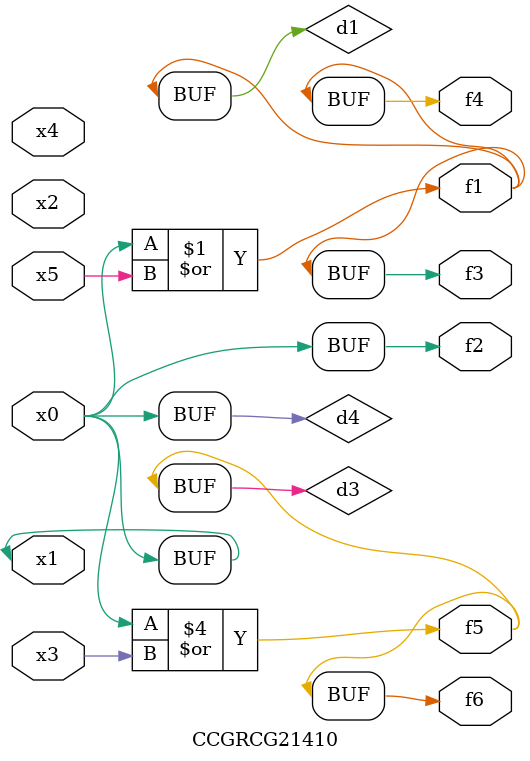
<source format=v>
module CCGRCG21410(
	input x0, x1, x2, x3, x4, x5,
	output f1, f2, f3, f4, f5, f6
);

	wire d1, d2, d3, d4;

	or (d1, x0, x5);
	xnor (d2, x1, x4);
	or (d3, x0, x3);
	buf (d4, x0, x1);
	assign f1 = d1;
	assign f2 = d4;
	assign f3 = d1;
	assign f4 = d1;
	assign f5 = d3;
	assign f6 = d3;
endmodule

</source>
